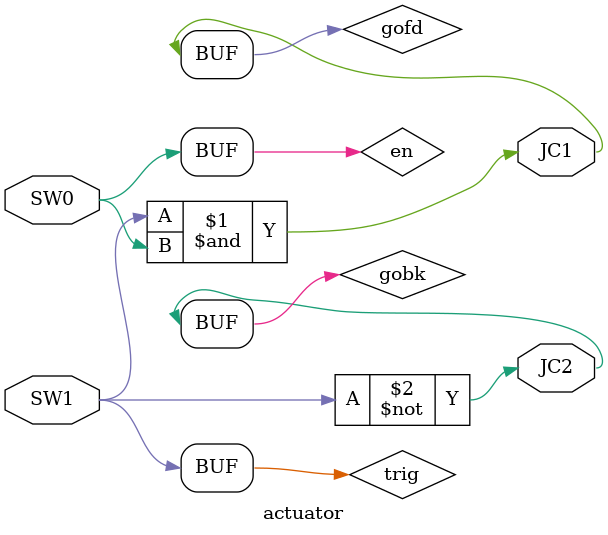
<source format=v>
module actuator(JC1, JC2, SW1, SW0);
    input SW1, SW0;
    output JC1, JC2;

    assign trig = SW1;
    assign en = SW0;

    assign JC1 = gofd;
    assign JC2 = gobk;

    assign gofd = trig & en;
    assign gobk = (~trig);
endmodule
</source>
